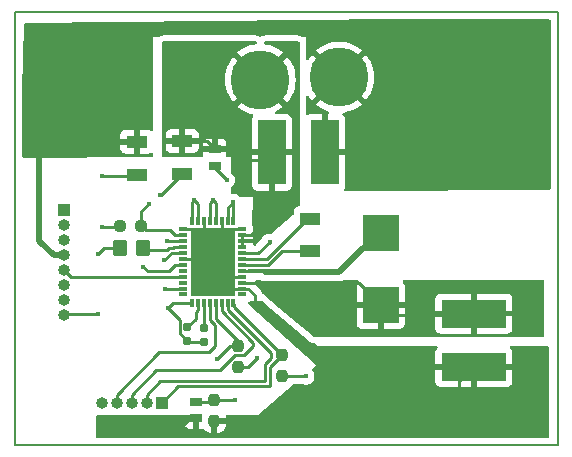
<source format=gbr>
%TF.GenerationSoftware,KiCad,Pcbnew,7.0.9*%
%TF.CreationDate,2023-12-22T17:18:26+01:00*%
%TF.ProjectId,driver_seperate,64726976-6572-45f7-9365-706572617465,rev?*%
%TF.SameCoordinates,Original*%
%TF.FileFunction,Copper,L1,Top*%
%TF.FilePolarity,Positive*%
%FSLAX46Y46*%
G04 Gerber Fmt 4.6, Leading zero omitted, Abs format (unit mm)*
G04 Created by KiCad (PCBNEW 7.0.9) date 2023-12-22 17:18:26*
%MOMM*%
%LPD*%
G01*
G04 APERTURE LIST*
G04 Aperture macros list*
%AMRoundRect*
0 Rectangle with rounded corners*
0 $1 Rounding radius*
0 $2 $3 $4 $5 $6 $7 $8 $9 X,Y pos of 4 corners*
0 Add a 4 corners polygon primitive as box body*
4,1,4,$2,$3,$4,$5,$6,$7,$8,$9,$2,$3,0*
0 Add four circle primitives for the rounded corners*
1,1,$1+$1,$2,$3*
1,1,$1+$1,$4,$5*
1,1,$1+$1,$6,$7*
1,1,$1+$1,$8,$9*
0 Add four rect primitives between the rounded corners*
20,1,$1+$1,$2,$3,$4,$5,0*
20,1,$1+$1,$4,$5,$6,$7,0*
20,1,$1+$1,$6,$7,$8,$9,0*
20,1,$1+$1,$8,$9,$2,$3,0*%
G04 Aperture macros list end*
%TA.AperFunction,NonConductor*%
%ADD10C,0.200000*%
%TD*%
%TA.AperFunction,ComponentPad*%
%ADD11R,1.000000X1.000000*%
%TD*%
%TA.AperFunction,ComponentPad*%
%ADD12O,1.000000X1.000000*%
%TD*%
%TA.AperFunction,SMDPad,CuDef*%
%ADD13RoundRect,0.237500X-0.237500X0.250000X-0.237500X-0.250000X0.237500X-0.250000X0.237500X0.250000X0*%
%TD*%
%TA.AperFunction,SMDPad,CuDef*%
%ADD14R,0.980000X0.780000*%
%TD*%
%TA.AperFunction,SMDPad,CuDef*%
%ADD15R,1.820000X1.020000*%
%TD*%
%TA.AperFunction,SMDPad,CuDef*%
%ADD16RoundRect,0.237500X-0.250000X-0.237500X0.250000X-0.237500X0.250000X0.237500X-0.250000X0.237500X0*%
%TD*%
%TA.AperFunction,SMDPad,CuDef*%
%ADD17R,3.100000X3.050000*%
%TD*%
%TA.AperFunction,ComponentPad*%
%ADD18C,5.000000*%
%TD*%
%TA.AperFunction,SMDPad,CuDef*%
%ADD19RoundRect,0.250000X0.350000X0.450000X-0.350000X0.450000X-0.350000X-0.450000X0.350000X-0.450000X0*%
%TD*%
%TA.AperFunction,SMDPad,CuDef*%
%ADD20RoundRect,0.160000X-0.160000X0.197500X-0.160000X-0.197500X0.160000X-0.197500X0.160000X0.197500X0*%
%TD*%
%TA.AperFunction,SMDPad,CuDef*%
%ADD21R,1.820000X1.070000*%
%TD*%
%TA.AperFunction,SMDPad,CuDef*%
%ADD22RoundRect,0.237500X0.237500X-0.250000X0.237500X0.250000X-0.237500X0.250000X-0.237500X-0.250000X0*%
%TD*%
%TA.AperFunction,SMDPad,CuDef*%
%ADD23R,2.390000X5.510000*%
%TD*%
%TA.AperFunction,SMDPad,CuDef*%
%ADD24R,0.800000X0.300000*%
%TD*%
%TA.AperFunction,SMDPad,CuDef*%
%ADD25R,0.300000X0.800000*%
%TD*%
%TA.AperFunction,SMDPad,CuDef*%
%ADD26R,3.800000X5.800000*%
%TD*%
%TA.AperFunction,SMDPad,CuDef*%
%ADD27R,5.510000X2.390000*%
%TD*%
%TA.AperFunction,ViaPad*%
%ADD28C,0.400000*%
%TD*%
%TA.AperFunction,Conductor*%
%ADD29C,0.250000*%
%TD*%
%TA.AperFunction,Conductor*%
%ADD30C,0.350000*%
%TD*%
%TA.AperFunction,Conductor*%
%ADD31C,0.500000*%
%TD*%
G04 APERTURE END LIST*
D10*
X134620000Y-78562200D02*
X180594000Y-78562200D01*
X180594000Y-115189000D01*
X134620000Y-115189000D01*
X134620000Y-78562200D01*
D11*
%TO.P,J2,1,Pin_1*%
%TO.N,/FGOUT*%
X147066000Y-111633000D03*
D12*
%TO.P,J2,2,Pin_2*%
%TO.N,/PWM*%
X145796000Y-111633000D03*
%TO.P,J2,3,Pin_3*%
%TO.N,/BRAKE*%
X144526000Y-111633000D03*
%TO.P,J2,4,Pin_4*%
%TO.N,/DIR*%
X143256000Y-111633000D03*
%TO.P,J2,5,Pin_5*%
%TO.N,/nFAULT*%
X141986000Y-111633000D03*
%TD*%
D13*
%TO.P,R2,1*%
%TO.N,Net-(IC1-ILIM)*%
X151511000Y-111355500D03*
%TO.P,R2,2*%
%TO.N,GND*%
X151511000Y-113180500D03*
%TD*%
D14*
%TO.P,C7,1*%
%TO.N,Net-(IC1-ILIM)*%
X149987000Y-111526500D03*
%TO.P,C7,2*%
%TO.N,GND*%
X149987000Y-112926500D03*
%TD*%
D11*
%TO.P,J1,1,Pin_1*%
%TO.N,/U*%
X138785600Y-95300800D03*
D12*
%TO.P,J1,2,Pin_2*%
%TO.N,/V*%
X138785600Y-96570800D03*
%TO.P,J1,3,Pin_3*%
%TO.N,/W*%
X138785600Y-97840800D03*
%TO.P,J1,4,Pin_4*%
%TO.N,GND*%
X138785600Y-99110800D03*
%TO.P,J1,5,Pin_5*%
%TO.N,/H2*%
X138785600Y-100380800D03*
%TO.P,J1,6,Pin_6*%
%TO.N,/H1*%
X138785600Y-101650800D03*
%TO.P,J1,7,Pin_7*%
%TO.N,/H3*%
X138785600Y-102920800D03*
%TO.P,J1,8,Pin_8*%
%TO.N,/SW_BK*%
X138785600Y-104190800D03*
%TD*%
D15*
%TO.P,C2,2*%
%TO.N,/VM*%
X148794400Y-89461800D03*
%TO.P,C2,1*%
%TO.N,Net-(IC1-CP)*%
X148794400Y-92261800D03*
%TD*%
D16*
%TO.P,R4,2*%
%TO.N,/nFAULT*%
X145335000Y-96647000D03*
%TO.P,R4,1*%
%TO.N,/AVDD*%
X143510000Y-96647000D03*
%TD*%
D17*
%TO.P,L1,2*%
%TO.N,/SW_BK*%
X165608000Y-103329200D03*
%TO.P,L1,1*%
%TO.N,Net-(IC1-SW_BK)*%
X165608000Y-97229200D03*
%TD*%
D18*
%TO.P,IN-1,1,1*%
%TO.N,GND*%
X162052000Y-84074000D03*
%TD*%
D19*
%TO.P,R5,1*%
%TO.N,Net-(IC1-VSEL_BK)*%
X145510000Y-98552000D03*
%TO.P,R5,2*%
%TO.N,/AVDD*%
X143510000Y-98552000D03*
%TD*%
D15*
%TO.P,C5,1*%
%TO.N,/AVDD*%
X144933600Y-92306600D03*
%TO.P,C5,2*%
%TO.N,GND*%
X144933600Y-89506600D03*
%TD*%
D20*
%TO.P,R6,1*%
%TO.N,Net-(IC1-SLEW)*%
X149225000Y-105193500D03*
%TO.P,R6,2*%
%TO.N,/AVDD*%
X149225000Y-106388500D03*
%TD*%
D21*
%TO.P,C1,1*%
%TO.N,Net-(IC1-CPH)*%
X159639000Y-96029000D03*
%TO.P,C1,2*%
%TO.N,Net-(IC1-CPL)*%
X159639000Y-98789000D03*
%TD*%
D22*
%TO.P,R3,1*%
%TO.N,/AVDD*%
X157226000Y-109370500D03*
%TO.P,R3,2*%
%TO.N,/FGOUT*%
X157226000Y-107545500D03*
%TD*%
%TO.P,R1,2*%
%TO.N,Net-(IC1-ILIM)*%
X153543000Y-106783500D03*
%TO.P,R1,1*%
%TO.N,/AVDD*%
X153543000Y-108608500D03*
%TD*%
D18*
%TO.P,IN+1,1,1*%
%TO.N,/VM*%
X155397200Y-84248800D03*
%TD*%
D20*
%TO.P,R7,1*%
%TO.N,Net-(IC1-ADVANCE)*%
X150622000Y-105320500D03*
%TO.P,R7,2*%
%TO.N,/AVDD*%
X150622000Y-106515500D03*
%TD*%
D14*
%TO.P,C3,1*%
%TO.N,/VM*%
X151537600Y-90144600D03*
%TO.P,C3,2*%
%TO.N,GND*%
X151537600Y-91544600D03*
%TD*%
D23*
%TO.P,C4,1*%
%TO.N,/VM*%
X156389000Y-90424000D03*
%TO.P,C4,2*%
%TO.N,GND*%
X160909000Y-90424000D03*
%TD*%
D24*
%TO.P,IC1,1,NC*%
%TO.N,unconnected-(IC1-NC-Pad1)*%
X153884000Y-102445000D03*
%TO.P,IC1,2,AGND_1*%
%TO.N,GND*%
X153884000Y-101945000D03*
%TO.P,IC1,3,FB_BK*%
%TO.N,/SW_BK*%
X153884000Y-101445000D03*
%TO.P,IC1,4,GND_BK*%
%TO.N,GND*%
X153884000Y-100945000D03*
%TO.P,IC1,5,SW_BK*%
%TO.N,Net-(IC1-SW_BK)*%
X153884000Y-100445000D03*
%TO.P,IC1,6,CPL*%
%TO.N,Net-(IC1-CPL)*%
X153884000Y-99945000D03*
%TO.P,IC1,7,CPH*%
%TO.N,Net-(IC1-CPH)*%
X153884000Y-99445000D03*
%TO.P,IC1,8,CP*%
%TO.N,Net-(IC1-CP)*%
X153884000Y-98945000D03*
%TO.P,IC1,9,VM_1*%
%TO.N,/VM*%
X153884000Y-98445000D03*
%TO.P,IC1,10,VM_2*%
X153884000Y-97945000D03*
%TO.P,IC1,11,VM_3*%
X153884000Y-97445000D03*
%TO.P,IC1,12,PGND_1*%
%TO.N,GND*%
X153884000Y-96945000D03*
D25*
%TO.P,IC1,13,OUTA_1*%
%TO.N,/U*%
X153134000Y-96195000D03*
%TO.P,IC1,14,OUTA_2*%
X152634000Y-96195000D03*
%TO.P,IC1,15,PGND_2*%
%TO.N,GND*%
X152134000Y-96195000D03*
%TO.P,IC1,16,OUTB_1*%
%TO.N,/V*%
X151634000Y-96195000D03*
%TO.P,IC1,17,OUTB_2*%
X151134000Y-96195000D03*
%TO.P,IC1,18,PGND_3*%
%TO.N,GND*%
X150634000Y-96195000D03*
%TO.P,IC1,19,OUTC_1*%
%TO.N,/W*%
X150134000Y-96195000D03*
%TO.P,IC1,20,OUTC_2*%
X149634000Y-96195000D03*
D24*
%TO.P,IC1,21,DRVOFF*%
%TO.N,GND*%
X148884000Y-96945000D03*
%TO.P,IC1,22,NFAULT*%
%TO.N,/nFAULT*%
X148884000Y-97445000D03*
%TO.P,IC1,23,NSLEEP*%
%TO.N,/AVDD*%
X148884000Y-97945000D03*
%TO.P,IC1,24,VSEL_BK*%
%TO.N,Net-(IC1-VSEL_BK)*%
X148884000Y-98445000D03*
%TO.P,IC1,25,AVDD*%
%TO.N,/AVDD*%
X148884000Y-98945000D03*
%TO.P,IC1,26,AGND_2*%
%TO.N,GND*%
X148884000Y-99445000D03*
%TO.P,IC1,27,HPA*%
%TO.N,/H1*%
X148884000Y-99945000D03*
%TO.P,IC1,28,HNA*%
%TO.N,unconnected-(IC1-HNA-Pad28)*%
X148884000Y-100445000D03*
%TO.P,IC1,29,HPB*%
%TO.N,/H2*%
X148884000Y-100945000D03*
%TO.P,IC1,30,HNB*%
%TO.N,unconnected-(IC1-HNB-Pad30)*%
X148884000Y-101445000D03*
%TO.P,IC1,31,HPC*%
%TO.N,/H3*%
X148884000Y-101945000D03*
%TO.P,IC1,32,HNC*%
%TO.N,unconnected-(IC1-HNC-Pad32)*%
X148884000Y-102445000D03*
D25*
%TO.P,IC1,33,MODE*%
%TO.N,/AVDD*%
X149634000Y-103195000D03*
%TO.P,IC1,34,SLEW*%
%TO.N,Net-(IC1-SLEW)*%
X150134000Y-103195000D03*
%TO.P,IC1,35,ADVANCE*%
%TO.N,Net-(IC1-ADVANCE)*%
X150634000Y-103195000D03*
%TO.P,IC1,36,DIR*%
%TO.N,/DIR*%
X151134000Y-103195000D03*
%TO.P,IC1,37,ILIM*%
%TO.N,Net-(IC1-ILIM)*%
X151634000Y-103195000D03*
%TO.P,IC1,38,BRAKE*%
%TO.N,/BRAKE*%
X152134000Y-103195000D03*
%TO.P,IC1,39,PWM*%
%TO.N,/PWM*%
X152634000Y-103195000D03*
%TO.P,IC1,40,FGOUT*%
%TO.N,/FGOUT*%
X153134000Y-103195000D03*
D26*
%TO.P,IC1,41,EP*%
%TO.N,GND*%
X151384000Y-99695000D03*
%TD*%
D27*
%TO.P,C6,2*%
%TO.N,GND*%
X173482000Y-108584400D03*
%TO.P,C6,1*%
%TO.N,/SW_BK*%
X173482000Y-104064400D03*
%TD*%
D28*
%TO.N,/AVDD*%
X147472400Y-97942400D03*
X147269200Y-99568000D03*
X159283400Y-109372400D03*
%TO.N,Net-(IC1-ILIM)*%
X151714200Y-107924600D03*
X153263600Y-111353600D03*
%TO.N,Net-(IC1-CP)*%
X156184600Y-97993200D03*
%TO.N,GND*%
X148361400Y-114046000D03*
X153466800Y-113182400D03*
%TO.N,/SW_BK*%
X159664400Y-103251000D03*
%TO.N,/H3*%
X147320000Y-101981000D03*
%TO.N,/H1*%
X145491200Y-100126800D03*
%TO.N,/SW_BK*%
X141681200Y-104140000D03*
%TO.N,Net-(IC1-CP)*%
X146913600Y-94030800D03*
%TO.N,/V*%
X151384000Y-94488000D03*
%TO.N,/W*%
X149809200Y-94488000D03*
%TO.N,/U*%
X153111200Y-94640400D03*
%TO.N,/AVDD*%
X155092400Y-107848400D03*
%TO.N,/nFAULT*%
X145948400Y-94792800D03*
%TO.N,/AVDD*%
X147574000Y-103615500D03*
%TO.N,GND*%
X144932400Y-87630000D03*
X152552400Y-92760800D03*
%TO.N,/AVDD*%
X142036800Y-92405200D03*
X141986000Y-96774000D03*
X141630400Y-99060000D03*
%TO.N,/VM*%
X154178000Y-91059000D03*
X154178000Y-92456000D03*
X154178000Y-89662000D03*
X154178000Y-88392000D03*
%TO.N,GND*%
X163449000Y-88392000D03*
X163449000Y-91059000D03*
X163449000Y-92456000D03*
X163449000Y-89662000D03*
X170484800Y-111302800D03*
X172212000Y-111277400D03*
X173939200Y-111277400D03*
X175666400Y-111302800D03*
X151942800Y-101904800D03*
X150672800Y-101904800D03*
X152501600Y-100888800D03*
X150114000Y-100888800D03*
X151282400Y-100888800D03*
X152450800Y-99669600D03*
X150164800Y-99669600D03*
X151282400Y-99669600D03*
X152501600Y-98348800D03*
X150164800Y-98348800D03*
X151282400Y-98348800D03*
X151841200Y-97282000D03*
X150723600Y-97282000D03*
%TD*%
D29*
%TO.N,GND*%
X172186600Y-111302800D02*
X170484800Y-111302800D01*
X172212000Y-111277400D02*
X172212000Y-109778800D01*
X172212000Y-109778800D02*
X173406400Y-108584400D01*
X172212000Y-111277400D02*
X172186600Y-111302800D01*
X172212000Y-111277400D02*
X173939200Y-111277400D01*
X173406400Y-108584400D02*
X173482000Y-108584400D01*
X175641000Y-111277400D02*
X175666400Y-111302800D01*
X173939200Y-111277400D02*
X175641000Y-111277400D01*
%TO.N,/V*%
X151134000Y-94738000D02*
X151134000Y-96195000D01*
X151384000Y-94488000D02*
X151134000Y-94738000D01*
X151634000Y-94738000D02*
X151634000Y-96195000D01*
X151384000Y-94488000D02*
X151634000Y-94738000D01*
%TO.N,/W*%
X149634000Y-94663200D02*
X149634000Y-96195000D01*
X149809200Y-94488000D02*
X149634000Y-94663200D01*
X150134000Y-94812800D02*
X150134000Y-96195000D01*
X149809200Y-94488000D02*
X150134000Y-94812800D01*
%TO.N,/nFAULT*%
X147767000Y-97028000D02*
X148184000Y-97445000D01*
X145716000Y-97028000D02*
X147767000Y-97028000D01*
X145335000Y-96647000D02*
X145716000Y-97028000D01*
X148184000Y-97445000D02*
X148884000Y-97445000D01*
%TO.N,Net-(IC1-VSEL_BK)*%
X148087400Y-98445000D02*
X148884000Y-98445000D01*
X147705804Y-98495000D02*
X148037400Y-98495000D01*
X148037400Y-98495000D02*
X148087400Y-98445000D01*
X145662400Y-98704400D02*
X147496404Y-98704400D01*
X145510000Y-98552000D02*
X145662400Y-98704400D01*
X147496404Y-98704400D02*
X147705804Y-98495000D01*
%TO.N,/AVDD*%
X147892200Y-98945000D02*
X148884000Y-98945000D01*
X147269200Y-99568000D02*
X147892200Y-98945000D01*
%TO.N,/H1*%
X148184000Y-99945000D02*
X148884000Y-99945000D01*
X147634000Y-100495000D02*
X148184000Y-99945000D01*
X145859400Y-100495000D02*
X147634000Y-100495000D01*
X145491200Y-100126800D02*
X145859400Y-100495000D01*
%TO.N,/AVDD*%
X147475000Y-97945000D02*
X147472400Y-97942400D01*
X148884000Y-97945000D02*
X147475000Y-97945000D01*
X159281500Y-109370500D02*
X159283400Y-109372400D01*
X157226000Y-109370500D02*
X159281500Y-109370500D01*
D30*
%TO.N,Net-(IC1-SW_BK)*%
X164285200Y-98552000D02*
X164084000Y-98552000D01*
D29*
%TO.N,/SW_BK*%
X163751800Y-101473000D02*
X155829000Y-101473000D01*
X165608000Y-103329200D02*
X163751800Y-101473000D01*
X166444200Y-104165400D02*
X173381000Y-104165400D01*
X165608000Y-103329200D02*
X166444200Y-104165400D01*
X173381000Y-104165400D02*
X173482000Y-104064400D01*
D30*
%TO.N,Net-(IC1-SW_BK)*%
X165608000Y-97229200D02*
X164285200Y-98552000D01*
D29*
%TO.N,/AVDD*%
X142138400Y-98552000D02*
X143510000Y-98552000D01*
X141630400Y-99060000D02*
X142138400Y-98552000D01*
%TO.N,/SW_BK*%
X138836400Y-104140000D02*
X138785600Y-104190800D01*
X141681200Y-104140000D02*
X138836400Y-104140000D01*
%TO.N,/H2*%
X139349800Y-100945000D02*
X138785600Y-100380800D01*
D31*
%TO.N,GND*%
X136702800Y-88239600D02*
X136779000Y-88163400D01*
X136702800Y-97891600D02*
X136702800Y-88239600D01*
X137922000Y-99110800D02*
X136702800Y-97891600D01*
D29*
%TO.N,/H2*%
X148884000Y-100945000D02*
X139349800Y-100945000D01*
D31*
%TO.N,GND*%
X138785600Y-99110800D02*
X137922000Y-99110800D01*
D29*
%TO.N,/DIR*%
X151536400Y-105032296D02*
X151134000Y-104629896D01*
X151134000Y-104629896D02*
X151134000Y-103195000D01*
X151536400Y-106832400D02*
X151536400Y-105032296D01*
X146841494Y-107340400D02*
X151028400Y-107340400D01*
X143256000Y-110925894D02*
X146841494Y-107340400D01*
X143256000Y-111633000D02*
X143256000Y-110925894D01*
X151028400Y-107340400D02*
X151536400Y-106832400D01*
%TO.N,Net-(IC1-ILIM)*%
X152855300Y-106783500D02*
X153543000Y-106783500D01*
X151714200Y-107924600D02*
X152855300Y-106783500D01*
%TO.N,/AVDD*%
X147994500Y-103195000D02*
X149634000Y-103195000D01*
X147574000Y-103615500D02*
X147994500Y-103195000D01*
X148580000Y-105743500D02*
X149225000Y-106388500D01*
X147574000Y-103615500D02*
X148580000Y-104621500D01*
X148580000Y-104621500D02*
X148580000Y-105743500D01*
%TO.N,GND*%
X151537600Y-91746000D02*
X151537600Y-91544600D01*
X152552400Y-92760800D02*
X151537600Y-91746000D01*
%TO.N,/AVDD*%
X144835000Y-92405200D02*
X144933600Y-92306600D01*
X142036800Y-92405200D02*
X144835000Y-92405200D01*
%TO.N,GND*%
X144933600Y-87631200D02*
X144933600Y-89506600D01*
X144932400Y-87630000D02*
X144933600Y-87631200D01*
%TO.N,/SW_BK*%
X157886400Y-101473000D02*
X155829000Y-101473000D01*
X159664400Y-103251000D02*
X157886400Y-101473000D01*
%TO.N,Net-(IC1-CP)*%
X147025400Y-94030800D02*
X148794400Y-92261800D01*
X146913600Y-94030800D02*
X147025400Y-94030800D01*
%TO.N,/nFAULT*%
X145335000Y-95406200D02*
X145335000Y-96647000D01*
X145948400Y-94792800D02*
X145335000Y-95406200D01*
%TO.N,/U*%
X153134000Y-94663200D02*
X153134000Y-96195000D01*
X153111200Y-94640400D02*
X153134000Y-94663200D01*
X152634000Y-95117600D02*
X152634000Y-96195000D01*
X153111200Y-94640400D02*
X152634000Y-95117600D01*
%TO.N,GND*%
X149480900Y-112926500D02*
X149987000Y-112926500D01*
X148361400Y-114046000D02*
X149480900Y-112926500D01*
%TO.N,/AVDD*%
X154332300Y-108608500D02*
X153543000Y-108608500D01*
X155092400Y-107848400D02*
X154332300Y-108608500D01*
%TO.N,Net-(IC1-CP)*%
X155232800Y-98945000D02*
X153884000Y-98945000D01*
X156184600Y-97993200D02*
X155232800Y-98945000D01*
%TO.N,Net-(IC1-ILIM)*%
X153261700Y-111355500D02*
X151511000Y-111355500D01*
X153263600Y-111353600D02*
X153261700Y-111355500D01*
%TO.N,GND*%
X153464900Y-113180500D02*
X151511000Y-113180500D01*
X153466800Y-113182400D02*
X153464900Y-113180500D01*
%TO.N,Net-(IC1-ILIM)*%
X151340000Y-111526500D02*
X151511000Y-111355500D01*
X149987000Y-111526500D02*
X151340000Y-111526500D01*
D30*
%TO.N,Net-(IC1-SW_BK)*%
X155829000Y-100584000D02*
X155690000Y-100445000D01*
D31*
X162052000Y-100584000D02*
X155829000Y-100584000D01*
D30*
X155690000Y-100445000D02*
X154470000Y-100445000D01*
D31*
X164084000Y-98552000D02*
X162052000Y-100584000D01*
D29*
X154470000Y-100445000D02*
X153884000Y-100445000D01*
%TO.N,Net-(IC1-CPL)*%
X157227396Y-98806000D02*
X156088396Y-99945000D01*
X156088396Y-99945000D02*
X153884000Y-99945000D01*
X159639000Y-98789000D02*
X159622000Y-98806000D01*
X159622000Y-98806000D02*
X157227396Y-98806000D01*
%TO.N,Net-(IC1-CPH)*%
X155952000Y-99445000D02*
X153884000Y-99445000D01*
X159639000Y-96029000D02*
X159368000Y-96029000D01*
X159368000Y-96029000D02*
X155952000Y-99445000D01*
%TO.N,GND*%
X154940000Y-102489000D02*
X154940000Y-103378000D01*
X154396000Y-101945000D02*
X154940000Y-102489000D01*
X153884000Y-101945000D02*
X154396000Y-101945000D01*
%TO.N,/SW_BK*%
X155801000Y-101445000D02*
X155829000Y-101473000D01*
X153884000Y-101445000D02*
X155801000Y-101445000D01*
%TO.N,/H3*%
X147356000Y-101945000D02*
X147320000Y-101981000D01*
X148884000Y-101945000D02*
X147356000Y-101945000D01*
%TO.N,/VM*%
X153695400Y-90144600D02*
X154178000Y-89662000D01*
X151537600Y-90144600D02*
X153695400Y-90144600D01*
X150854800Y-89461800D02*
X151537600Y-90144600D01*
X148794400Y-89461800D02*
X150854800Y-89461800D01*
%TO.N,/AVDD*%
X149352000Y-106515500D02*
X149225000Y-106388500D01*
X150622000Y-106515500D02*
X149352000Y-106515500D01*
%TO.N,Net-(IC1-SLEW)*%
X150134000Y-103758604D02*
X150134000Y-103195000D01*
X149933302Y-104485198D02*
X149933302Y-103959302D01*
X149225000Y-105193500D02*
X149933302Y-104485198D01*
X149933302Y-103959302D02*
X150134000Y-103758604D01*
%TO.N,Net-(IC1-ADVANCE)*%
X150634000Y-105308500D02*
X150634000Y-103195000D01*
X150622000Y-105320500D02*
X150634000Y-105308500D01*
%TO.N,/BRAKE*%
X152134000Y-103875396D02*
X152134000Y-103195000D01*
X154813000Y-106554396D02*
X152134000Y-103875396D01*
X154813000Y-106807000D02*
X154813000Y-106554396D01*
X154024000Y-107596000D02*
X154813000Y-106807000D01*
X153262000Y-107596000D02*
X154024000Y-107596000D01*
X152009000Y-108849000D02*
X153262000Y-107596000D01*
X146602894Y-108849000D02*
X152009000Y-108849000D01*
X144526000Y-110925894D02*
X146602894Y-108849000D01*
X144526000Y-111633000D02*
X144526000Y-110925894D01*
%TO.N,Net-(IC1-ILIM)*%
X151634000Y-104493500D02*
X151634000Y-103195000D01*
X153543000Y-106402500D02*
X151634000Y-104493500D01*
X153543000Y-106783500D02*
X153543000Y-106402500D01*
%TO.N,/PWM*%
X156337000Y-107442000D02*
X152634000Y-103739000D01*
X155760000Y-109786000D02*
X155760000Y-108375104D01*
X146935894Y-109786000D02*
X155760000Y-109786000D01*
X145796000Y-111633000D02*
X145796000Y-110925894D01*
X145796000Y-110925894D02*
X146935894Y-109786000D01*
X155760000Y-108375104D02*
X156337000Y-107798104D01*
X156337000Y-107798104D02*
X156337000Y-107442000D01*
X152634000Y-103739000D02*
X152634000Y-103195000D01*
%TO.N,/FGOUT*%
X156210000Y-108561500D02*
X157226000Y-107545500D01*
X156210000Y-110236000D02*
X156210000Y-108561500D01*
X148463000Y-110236000D02*
X156210000Y-110236000D01*
X147066000Y-111633000D02*
X148463000Y-110236000D01*
X153162000Y-103223000D02*
X153134000Y-103195000D01*
X157226000Y-107545500D02*
X153162000Y-103481500D01*
X153162000Y-103481500D02*
X153162000Y-103223000D01*
%TO.N,GND*%
X162814000Y-90424000D02*
X160909000Y-90424000D01*
X163449000Y-91059000D02*
X162814000Y-90424000D01*
X163449000Y-89662000D02*
X163449000Y-91059000D01*
X163449000Y-88392000D02*
X163449000Y-89662000D01*
X163449000Y-92456000D02*
X163449000Y-91059000D01*
%TO.N,/VM*%
X155754000Y-91059000D02*
X156389000Y-90424000D01*
X154178000Y-91059000D02*
X155754000Y-91059000D01*
X154178000Y-88392000D02*
X154178000Y-89662000D01*
X154178000Y-91059000D02*
X154178000Y-89662000D01*
X154178000Y-92456000D02*
X154178000Y-91059000D01*
X156389000Y-95640000D02*
X156389000Y-90424000D01*
X154584000Y-97445000D02*
X156389000Y-95640000D01*
X153884000Y-97445000D02*
X154584000Y-97445000D01*
X153884000Y-97945000D02*
X153884000Y-97445000D01*
X153884000Y-98445000D02*
X153884000Y-97945000D01*
%TO.N,GND*%
X153884000Y-96945000D02*
X152178200Y-96945000D01*
X152178200Y-96945000D02*
X151841200Y-97282000D01*
X152134000Y-96989200D02*
X151841200Y-97282000D01*
X152134000Y-96195000D02*
X152134000Y-96989200D01*
X150634000Y-97192400D02*
X150723600Y-97282000D01*
X150634000Y-96195000D02*
X150634000Y-97192400D01*
X150386600Y-96945000D02*
X150723600Y-97282000D01*
X148884000Y-96945000D02*
X150386600Y-96945000D01*
X149940200Y-99445000D02*
X150164800Y-99669600D01*
X148884000Y-99445000D02*
X149940200Y-99445000D01*
X151983000Y-101945000D02*
X151942800Y-101904800D01*
X153884000Y-101945000D02*
X151983000Y-101945000D01*
X153884000Y-100945000D02*
X152557800Y-100945000D01*
X152557800Y-100945000D02*
X152501600Y-100888800D01*
%TO.N,/AVDD*%
X141986000Y-96774000D02*
X143383000Y-96774000D01*
X143383000Y-96774000D02*
X143510000Y-96647000D01*
%TD*%
%TA.AperFunction,Conductor*%
%TO.N,GND*%
G36*
X179936539Y-79182385D02*
G01*
X179982294Y-79235189D01*
X179993500Y-79286700D01*
X179993500Y-93476440D01*
X179973815Y-93543479D01*
X179921011Y-93589234D01*
X179870327Y-93600437D01*
X162575325Y-93715737D01*
X162508155Y-93696500D01*
X162462050Y-93644002D01*
X162451645Y-93574912D01*
X162475232Y-93517428D01*
X162547352Y-93421089D01*
X162547354Y-93421086D01*
X162597596Y-93286379D01*
X162597598Y-93286372D01*
X162603999Y-93226844D01*
X162604000Y-93226827D01*
X162604000Y-90674000D01*
X160783000Y-90674000D01*
X160715961Y-90654315D01*
X160670206Y-90601511D01*
X160659000Y-90550000D01*
X160659000Y-87169000D01*
X159666155Y-87169000D01*
X159606627Y-87175401D01*
X159606620Y-87175403D01*
X159471913Y-87225645D01*
X159471907Y-87225649D01*
X159456310Y-87237325D01*
X159390846Y-87261742D01*
X159322573Y-87246890D01*
X159273168Y-87197485D01*
X159258000Y-87138058D01*
X159258000Y-85697424D01*
X159277685Y-85630385D01*
X159330489Y-85584630D01*
X159399647Y-85574686D01*
X159463203Y-85603711D01*
X159489387Y-85635424D01*
X159541289Y-85725322D01*
X159749972Y-86005631D01*
X159749976Y-86005636D01*
X159758147Y-86014297D01*
X159758148Y-86014298D01*
X161005665Y-84766781D01*
X161144855Y-84941320D01*
X161314299Y-85089358D01*
X161361808Y-85117743D01*
X160114817Y-86364733D01*
X160114818Y-86364734D01*
X160257480Y-86484442D01*
X160549461Y-86676480D01*
X160861739Y-86833314D01*
X160861745Y-86833316D01*
X161142883Y-86935642D01*
X161199147Y-86977068D01*
X161224083Y-87042337D01*
X161209773Y-87110725D01*
X161188155Y-87139845D01*
X161159000Y-87169000D01*
X161159000Y-90174000D01*
X162604000Y-90174000D01*
X162604000Y-87621172D01*
X162603999Y-87621155D01*
X162597598Y-87561627D01*
X162597596Y-87561620D01*
X162547354Y-87426913D01*
X162547350Y-87426906D01*
X162461190Y-87311812D01*
X162461187Y-87311809D01*
X162403660Y-87268744D01*
X162361789Y-87212810D01*
X162356805Y-87143119D01*
X162390291Y-87081796D01*
X162451614Y-87048312D01*
X162463576Y-87046316D01*
X162573827Y-87033429D01*
X162573829Y-87033429D01*
X162913866Y-86952839D01*
X162913869Y-86952838D01*
X163242254Y-86833316D01*
X163242260Y-86833314D01*
X163554538Y-86676480D01*
X163846515Y-86484445D01*
X163989180Y-86364734D01*
X163989181Y-86364733D01*
X162742125Y-85117678D01*
X162877747Y-85019144D01*
X163033239Y-84856512D01*
X163094801Y-84763248D01*
X164345850Y-86014297D01*
X164354032Y-86005625D01*
X164562710Y-85725322D01*
X164737438Y-85422683D01*
X164737444Y-85422670D01*
X164875854Y-85101800D01*
X164976083Y-84767011D01*
X164976085Y-84767002D01*
X165036763Y-84422880D01*
X165036764Y-84422869D01*
X165057084Y-84074003D01*
X165057084Y-84073996D01*
X165036764Y-83725130D01*
X165036763Y-83725119D01*
X164976085Y-83380997D01*
X164976083Y-83380988D01*
X164875854Y-83046199D01*
X164737444Y-82725329D01*
X164737438Y-82725316D01*
X164562710Y-82422677D01*
X164354029Y-82142371D01*
X164345850Y-82133701D01*
X164345850Y-82133700D01*
X163098333Y-83381217D01*
X162959145Y-83206680D01*
X162789701Y-83058642D01*
X162742191Y-83030256D01*
X163989181Y-81783265D01*
X163989180Y-81783264D01*
X163846519Y-81663557D01*
X163554538Y-81471519D01*
X163242260Y-81314685D01*
X163242254Y-81314683D01*
X162913869Y-81195161D01*
X162913866Y-81195160D01*
X162573828Y-81114570D01*
X162226723Y-81074000D01*
X161877277Y-81074000D01*
X161530172Y-81114570D01*
X161530170Y-81114570D01*
X161190133Y-81195160D01*
X161190130Y-81195161D01*
X160861745Y-81314683D01*
X160861739Y-81314685D01*
X160549461Y-81471519D01*
X160257485Y-81663554D01*
X160114817Y-81783264D01*
X161361874Y-83030321D01*
X161226253Y-83128856D01*
X161070761Y-83291488D01*
X161009198Y-83384751D01*
X159758148Y-82133701D01*
X159758146Y-82133701D01*
X159749973Y-82142366D01*
X159541289Y-82422677D01*
X159489387Y-82512575D01*
X159438820Y-82560791D01*
X159370213Y-82574013D01*
X159305348Y-82548045D01*
X159264820Y-82491131D01*
X159258000Y-82450575D01*
X159258000Y-80645000D01*
X159040938Y-80645000D01*
X158973899Y-80625315D01*
X158973699Y-80625165D01*
X158966332Y-80620430D01*
X158835465Y-80560664D01*
X158835460Y-80560662D01*
X158835459Y-80560662D01*
X158812858Y-80554025D01*
X158768425Y-80540978D01*
X158768419Y-80540976D01*
X158682966Y-80528690D01*
X158626000Y-80520500D01*
X155784053Y-80520500D01*
X155762677Y-80521405D01*
X155731131Y-80524082D01*
X155688725Y-80529493D01*
X155688722Y-80529494D01*
X155551789Y-80573666D01*
X155551786Y-80573667D01*
X155551781Y-80573669D01*
X155489027Y-80604357D01*
X155489024Y-80604359D01*
X155472304Y-80615740D01*
X155405807Y-80637188D01*
X155348965Y-80622115D01*
X155348051Y-80624117D01*
X155339985Y-80620433D01*
X155237589Y-80573669D01*
X155209111Y-80560663D01*
X155142074Y-80540978D01*
X155142068Y-80540976D01*
X155056615Y-80528690D01*
X154999649Y-80520500D01*
X147190000Y-80520500D01*
X147189991Y-80520500D01*
X147189990Y-80520501D01*
X147082549Y-80532052D01*
X147082537Y-80532054D01*
X147031027Y-80543260D01*
X146928502Y-80577383D01*
X146928496Y-80577386D01*
X146853919Y-80625315D01*
X146786879Y-80645000D01*
X146304000Y-80645000D01*
X146304000Y-88468952D01*
X146284315Y-88535991D01*
X146231511Y-88581746D01*
X146162353Y-88591690D01*
X146105689Y-88568219D01*
X146085689Y-88553247D01*
X146085686Y-88553245D01*
X145950979Y-88503003D01*
X145950972Y-88503001D01*
X145891444Y-88496600D01*
X145183600Y-88496600D01*
X145183600Y-90516600D01*
X145891428Y-90516600D01*
X145891444Y-90516599D01*
X145950972Y-90510198D01*
X145950979Y-90510196D01*
X146085686Y-90459954D01*
X146085690Y-90459952D01*
X146105687Y-90444982D01*
X146171150Y-90420563D01*
X146239424Y-90435413D01*
X146288831Y-90484817D01*
X146304000Y-90544247D01*
X146304000Y-90681562D01*
X146284315Y-90748601D01*
X146231511Y-90794356D01*
X146180564Y-90805561D01*
X135345064Y-90854812D01*
X135277935Y-90835432D01*
X135231941Y-90782837D01*
X135220500Y-90730813D01*
X135220500Y-89756600D01*
X143523600Y-89756600D01*
X143523600Y-90064444D01*
X143530001Y-90123972D01*
X143530003Y-90123979D01*
X143580245Y-90258686D01*
X143580249Y-90258693D01*
X143666409Y-90373787D01*
X143666412Y-90373790D01*
X143781506Y-90459950D01*
X143781513Y-90459954D01*
X143916220Y-90510196D01*
X143916227Y-90510198D01*
X143975755Y-90516599D01*
X143975772Y-90516600D01*
X144683600Y-90516600D01*
X144683600Y-89756600D01*
X143523600Y-89756600D01*
X135220500Y-89756600D01*
X135220500Y-89256600D01*
X143523600Y-89256600D01*
X144683600Y-89256600D01*
X144683600Y-88496600D01*
X143975755Y-88496600D01*
X143916227Y-88503001D01*
X143916220Y-88503003D01*
X143781513Y-88553245D01*
X143781506Y-88553249D01*
X143666412Y-88639409D01*
X143666409Y-88639412D01*
X143580249Y-88754506D01*
X143580245Y-88754513D01*
X143530003Y-88889220D01*
X143530001Y-88889227D01*
X143523600Y-88948755D01*
X143523600Y-89256600D01*
X135220500Y-89256600D01*
X135220500Y-86721050D01*
X135256725Y-85101800D01*
X135379317Y-79621922D01*
X135400496Y-79555340D01*
X135454310Y-79510778D01*
X135501942Y-79500703D01*
X166776179Y-79162700D01*
X179869500Y-79162700D01*
X179936539Y-79182385D01*
G37*
%TD.AperFunction*%
%TD*%
%TA.AperFunction,Conductor*%
%TO.N,/VM*%
G36*
X155066688Y-81045685D02*
G01*
X155112443Y-81098489D01*
X155122387Y-81167647D01*
X155093362Y-81231203D01*
X155034584Y-81268977D01*
X155014044Y-81273162D01*
X154875372Y-81289370D01*
X154875370Y-81289370D01*
X154535333Y-81369960D01*
X154535330Y-81369961D01*
X154206945Y-81489483D01*
X154206939Y-81489485D01*
X153894661Y-81646319D01*
X153602685Y-81838354D01*
X153460017Y-81958064D01*
X154707074Y-83205121D01*
X154571453Y-83303656D01*
X154415961Y-83466288D01*
X154354398Y-83559551D01*
X153103348Y-82308501D01*
X153103346Y-82308501D01*
X153095173Y-82317166D01*
X152886489Y-82597477D01*
X152711761Y-82900116D01*
X152711755Y-82900129D01*
X152573345Y-83220999D01*
X152473116Y-83555788D01*
X152473114Y-83555797D01*
X152412436Y-83899919D01*
X152412435Y-83899930D01*
X152392116Y-84248796D01*
X152392116Y-84248803D01*
X152412435Y-84597669D01*
X152412436Y-84597680D01*
X152473114Y-84941802D01*
X152473116Y-84941811D01*
X152573345Y-85276600D01*
X152711755Y-85597470D01*
X152711761Y-85597483D01*
X152886489Y-85900122D01*
X153095172Y-86180431D01*
X153095176Y-86180436D01*
X153103347Y-86189097D01*
X153103348Y-86189098D01*
X154350865Y-84941581D01*
X154490055Y-85116120D01*
X154659499Y-85264158D01*
X154707008Y-85292543D01*
X153460017Y-86539533D01*
X153460018Y-86539534D01*
X153602680Y-86659242D01*
X153894661Y-86851280D01*
X154206939Y-87008114D01*
X154206945Y-87008116D01*
X154535330Y-87127638D01*
X154535332Y-87127639D01*
X154724496Y-87172471D01*
X154785189Y-87207085D01*
X154817533Y-87269018D01*
X154811260Y-87338605D01*
X154795167Y-87367440D01*
X154750647Y-87426911D01*
X154750645Y-87426913D01*
X154700403Y-87561620D01*
X154700401Y-87561627D01*
X154694000Y-87621155D01*
X154694000Y-90174000D01*
X158084000Y-90174000D01*
X158084000Y-87621172D01*
X158083999Y-87621155D01*
X158077598Y-87561627D01*
X158077596Y-87561620D01*
X158027354Y-87426913D01*
X158027350Y-87426906D01*
X157941190Y-87311812D01*
X157941187Y-87311809D01*
X157826093Y-87225649D01*
X157826086Y-87225645D01*
X157691379Y-87175403D01*
X157691372Y-87175401D01*
X157631844Y-87169000D01*
X156790305Y-87169000D01*
X156723266Y-87149315D01*
X156677511Y-87096511D01*
X156667567Y-87027353D01*
X156696592Y-86963797D01*
X156734654Y-86934190D01*
X156899738Y-86851280D01*
X157191715Y-86659245D01*
X157334380Y-86539534D01*
X157334381Y-86539533D01*
X156087325Y-85292478D01*
X156222947Y-85193944D01*
X156378439Y-85031312D01*
X156440001Y-84938048D01*
X157691050Y-86189097D01*
X157699232Y-86180425D01*
X157907910Y-85900122D01*
X158082638Y-85597483D01*
X158082644Y-85597470D01*
X158221054Y-85276600D01*
X158321283Y-84941811D01*
X158321285Y-84941802D01*
X158381963Y-84597680D01*
X158381964Y-84597669D01*
X158402284Y-84248803D01*
X158402284Y-84248796D01*
X158381964Y-83899930D01*
X158381963Y-83899919D01*
X158321285Y-83555797D01*
X158321283Y-83555788D01*
X158221054Y-83220999D01*
X158082644Y-82900129D01*
X158082638Y-82900116D01*
X157907910Y-82597477D01*
X157699229Y-82317171D01*
X157691050Y-82308501D01*
X157691050Y-82308500D01*
X156443533Y-83556017D01*
X156304345Y-83381480D01*
X156134901Y-83233442D01*
X156087391Y-83205056D01*
X157334381Y-81958065D01*
X157334380Y-81958064D01*
X157191719Y-81838357D01*
X156899738Y-81646319D01*
X156587460Y-81489485D01*
X156587454Y-81489483D01*
X156259069Y-81369961D01*
X156259066Y-81369960D01*
X155919028Y-81289370D01*
X155780356Y-81273162D01*
X155716055Y-81245827D01*
X155676739Y-81188069D01*
X155674892Y-81118223D01*
X155711099Y-81058467D01*
X155773865Y-81027772D01*
X155794751Y-81026000D01*
X158626000Y-81026000D01*
X158693039Y-81045685D01*
X158738794Y-81098489D01*
X158750000Y-81150000D01*
X158750000Y-94874712D01*
X158730315Y-94941751D01*
X158677511Y-94987506D01*
X158639255Y-94998002D01*
X158621516Y-94999909D01*
X158486671Y-95050202D01*
X158486664Y-95050206D01*
X158371455Y-95136452D01*
X158371452Y-95136455D01*
X158285206Y-95251664D01*
X158285202Y-95251671D01*
X158234908Y-95386517D01*
X158228501Y-95446116D01*
X158228500Y-95446135D01*
X158228500Y-95645344D01*
X158208815Y-95712383D01*
X158185711Y-95739049D01*
X156414249Y-97274316D01*
X156350696Y-97303347D01*
X156303363Y-97301008D01*
X156278987Y-97295000D01*
X156269656Y-97292700D01*
X156099544Y-97292700D01*
X155934373Y-97333410D01*
X155783750Y-97412463D01*
X155656416Y-97525272D01*
X155559783Y-97665267D01*
X155527580Y-97750179D01*
X155499319Y-97793888D01*
X155010028Y-98283181D01*
X154948705Y-98316666D01*
X154922347Y-98319500D01*
X154903158Y-98319500D01*
X154836119Y-98299815D01*
X154790364Y-98247011D01*
X154779875Y-98208815D01*
X154779821Y-98208315D01*
X154779815Y-98181742D01*
X154783999Y-98142831D01*
X154784000Y-98142821D01*
X154784000Y-98095000D01*
X154034000Y-98095000D01*
X154034000Y-98170500D01*
X154014315Y-98237539D01*
X153961511Y-98283294D01*
X153910000Y-98294500D01*
X153908499Y-98294500D01*
X153841460Y-98274815D01*
X153795705Y-98222011D01*
X153784499Y-98170500D01*
X153784499Y-97719499D01*
X153804184Y-97652460D01*
X153856988Y-97606705D01*
X153908499Y-97595499D01*
X153910000Y-97595499D01*
X153977039Y-97615184D01*
X154022794Y-97667988D01*
X154034000Y-97719499D01*
X154034000Y-97795000D01*
X154784000Y-97795000D01*
X154784000Y-97747179D01*
X154783999Y-97747168D01*
X154779815Y-97708258D01*
X154779815Y-97681742D01*
X154783999Y-97642831D01*
X154784000Y-97642821D01*
X154784000Y-97595000D01*
X154782627Y-97595000D01*
X154715588Y-97575315D01*
X154669833Y-97522511D01*
X154659889Y-97453353D01*
X154683361Y-97396688D01*
X154722289Y-97344688D01*
X154770105Y-97308894D01*
X154784000Y-97295000D01*
X154784000Y-97247182D01*
X154783999Y-97247164D01*
X154780068Y-97210602D01*
X154780068Y-97184094D01*
X154784500Y-97142873D01*
X154784499Y-96747128D01*
X154778091Y-96687517D01*
X154727796Y-96552669D01*
X154727795Y-96552668D01*
X154727681Y-96552361D01*
X154719968Y-96503961D01*
X154813000Y-94234000D01*
X153746934Y-94234000D01*
X153679895Y-94214315D01*
X153644886Y-94180442D01*
X153639385Y-94172473D01*
X153512049Y-94059663D01*
X153361426Y-93980610D01*
X153196256Y-93939900D01*
X153032000Y-93939900D01*
X152964961Y-93920215D01*
X152919206Y-93867411D01*
X152908000Y-93815900D01*
X152908000Y-93437431D01*
X152927685Y-93370392D01*
X152949773Y-93344615D01*
X152953248Y-93341535D01*
X152953252Y-93341534D01*
X153080583Y-93228729D01*
X153177218Y-93088730D01*
X153237540Y-92929672D01*
X153258045Y-92760800D01*
X153237540Y-92591928D01*
X153177218Y-92432870D01*
X153174333Y-92428691D01*
X153139617Y-92378396D01*
X153080583Y-92292871D01*
X153079765Y-92292146D01*
X152949773Y-92176983D01*
X152912646Y-92117794D01*
X152908000Y-92084168D01*
X152908000Y-90805000D01*
X152638987Y-90805000D01*
X152571948Y-90785315D01*
X152526193Y-90732511D01*
X152517780Y-90674000D01*
X154694000Y-90674000D01*
X154694000Y-93226844D01*
X154700401Y-93286372D01*
X154700403Y-93286379D01*
X154750645Y-93421086D01*
X154750649Y-93421093D01*
X154836809Y-93536187D01*
X154836812Y-93536190D01*
X154951906Y-93622350D01*
X154951913Y-93622354D01*
X155086620Y-93672596D01*
X155086627Y-93672598D01*
X155146155Y-93678999D01*
X155146172Y-93679000D01*
X156139000Y-93679000D01*
X156139000Y-90674000D01*
X156639000Y-90674000D01*
X156639000Y-93679000D01*
X157631828Y-93679000D01*
X157631844Y-93678999D01*
X157691372Y-93672598D01*
X157691379Y-93672596D01*
X157826086Y-93622354D01*
X157826093Y-93622350D01*
X157941187Y-93536190D01*
X157941190Y-93536187D01*
X158027350Y-93421093D01*
X158027354Y-93421086D01*
X158077596Y-93286379D01*
X158077598Y-93286372D01*
X158083999Y-93226844D01*
X158084000Y-93226827D01*
X158084000Y-90674000D01*
X156639000Y-90674000D01*
X156139000Y-90674000D01*
X154694000Y-90674000D01*
X152517780Y-90674000D01*
X152516249Y-90663353D01*
X152519757Y-90649611D01*
X152519413Y-90649530D01*
X152521198Y-90641972D01*
X152527599Y-90582444D01*
X152527600Y-90582427D01*
X152527600Y-90394600D01*
X150547600Y-90394600D01*
X150547600Y-90582444D01*
X150554001Y-90641972D01*
X150555787Y-90649530D01*
X150553283Y-90650121D01*
X150557382Y-90707346D01*
X150523903Y-90768672D01*
X150462584Y-90802163D01*
X150436213Y-90805000D01*
X147190000Y-90805000D01*
X147122961Y-90785315D01*
X147077206Y-90732511D01*
X147066000Y-90681000D01*
X147066000Y-89711800D01*
X147384400Y-89711800D01*
X147384400Y-90019644D01*
X147390801Y-90079172D01*
X147390803Y-90079179D01*
X147441045Y-90213886D01*
X147441049Y-90213893D01*
X147527209Y-90328987D01*
X147527212Y-90328990D01*
X147642306Y-90415150D01*
X147642313Y-90415154D01*
X147777020Y-90465396D01*
X147777027Y-90465398D01*
X147836555Y-90471799D01*
X147836572Y-90471800D01*
X148544400Y-90471800D01*
X148544400Y-89711800D01*
X149044400Y-89711800D01*
X149044400Y-90471800D01*
X149752228Y-90471800D01*
X149752244Y-90471799D01*
X149811772Y-90465398D01*
X149811779Y-90465396D01*
X149946486Y-90415154D01*
X149946493Y-90415150D01*
X150061587Y-90328990D01*
X150061590Y-90328987D01*
X150147750Y-90213893D01*
X150147754Y-90213886D01*
X150197996Y-90079179D01*
X150197998Y-90079172D01*
X150204399Y-90019644D01*
X150204400Y-90019627D01*
X150204400Y-89894600D01*
X150547600Y-89894600D01*
X151287600Y-89894600D01*
X151287600Y-89254600D01*
X151787600Y-89254600D01*
X151787600Y-89894600D01*
X152527600Y-89894600D01*
X152527600Y-89706772D01*
X152527599Y-89706755D01*
X152521198Y-89647227D01*
X152521196Y-89647220D01*
X152470954Y-89512513D01*
X152470950Y-89512506D01*
X152384790Y-89397412D01*
X152384787Y-89397409D01*
X152269693Y-89311249D01*
X152269686Y-89311245D01*
X152134979Y-89261003D01*
X152134972Y-89261001D01*
X152075444Y-89254600D01*
X151787600Y-89254600D01*
X151287600Y-89254600D01*
X150999755Y-89254600D01*
X150940227Y-89261001D01*
X150940220Y-89261003D01*
X150805513Y-89311245D01*
X150805506Y-89311249D01*
X150690412Y-89397409D01*
X150690409Y-89397412D01*
X150604249Y-89512506D01*
X150604245Y-89512513D01*
X150554003Y-89647220D01*
X150554001Y-89647227D01*
X150547600Y-89706755D01*
X150547600Y-89894600D01*
X150204400Y-89894600D01*
X150204400Y-89711800D01*
X149044400Y-89711800D01*
X148544400Y-89711800D01*
X147384400Y-89711800D01*
X147066000Y-89711800D01*
X147066000Y-89211800D01*
X147384400Y-89211800D01*
X148544400Y-89211800D01*
X148544400Y-88451800D01*
X149044400Y-88451800D01*
X149044400Y-89211800D01*
X150204400Y-89211800D01*
X150204400Y-88903972D01*
X150204399Y-88903955D01*
X150197998Y-88844427D01*
X150197996Y-88844420D01*
X150147754Y-88709713D01*
X150147750Y-88709706D01*
X150061590Y-88594612D01*
X150061587Y-88594609D01*
X149946493Y-88508449D01*
X149946486Y-88508445D01*
X149811779Y-88458203D01*
X149811772Y-88458201D01*
X149752244Y-88451800D01*
X149044400Y-88451800D01*
X148544400Y-88451800D01*
X147836555Y-88451800D01*
X147777027Y-88458201D01*
X147777020Y-88458203D01*
X147642313Y-88508445D01*
X147642306Y-88508449D01*
X147527212Y-88594609D01*
X147527209Y-88594612D01*
X147441049Y-88709706D01*
X147441045Y-88709713D01*
X147390803Y-88844420D01*
X147390801Y-88844427D01*
X147384400Y-88903955D01*
X147384400Y-89211800D01*
X147066000Y-89211800D01*
X147066000Y-81150000D01*
X147085685Y-81082961D01*
X147138489Y-81037206D01*
X147190000Y-81026000D01*
X154999649Y-81026000D01*
X155066688Y-81045685D01*
G37*
%TD.AperFunction*%
%TD*%
%TA.AperFunction,Conductor*%
%TO.N,/SW_BK*%
G36*
X155447410Y-101232188D02*
G01*
X155570567Y-101294040D01*
X155741279Y-101334500D01*
X161988295Y-101334500D01*
X162006265Y-101335809D01*
X162030023Y-101339289D01*
X162082068Y-101334735D01*
X162087470Y-101334500D01*
X162095704Y-101334500D01*
X162095709Y-101334500D01*
X162118686Y-101331814D01*
X162128276Y-101330693D01*
X162141028Y-101329577D01*
X162204797Y-101323999D01*
X162204805Y-101323996D01*
X162211866Y-101322539D01*
X162211878Y-101322598D01*
X162219243Y-101320965D01*
X162219229Y-101320906D01*
X162226246Y-101319241D01*
X162226255Y-101319241D01*
X162298423Y-101292974D01*
X162371334Y-101268814D01*
X162371343Y-101268807D01*
X162377882Y-101265760D01*
X162377908Y-101265816D01*
X162384690Y-101262532D01*
X162384663Y-101262478D01*
X162391106Y-101259240D01*
X162391117Y-101259237D01*
X162413289Y-101244653D01*
X162421278Y-101239400D01*
X162488105Y-101219007D01*
X162489417Y-101219000D01*
X163632838Y-101219000D01*
X163699877Y-101238685D01*
X163745632Y-101291489D01*
X163755576Y-101360647D01*
X163726551Y-101424203D01*
X163707149Y-101442266D01*
X163700812Y-101447009D01*
X163700809Y-101447012D01*
X163614649Y-101562106D01*
X163614645Y-101562113D01*
X163564403Y-101696820D01*
X163564401Y-101696827D01*
X163558000Y-101756355D01*
X163558000Y-103079200D01*
X167658000Y-103079200D01*
X167658000Y-101756372D01*
X167657999Y-101756355D01*
X167651598Y-101696827D01*
X167651596Y-101696820D01*
X167601354Y-101562113D01*
X167601350Y-101562106D01*
X167515190Y-101447012D01*
X167515187Y-101447009D01*
X167508851Y-101442266D01*
X167466980Y-101386333D01*
X167461996Y-101316641D01*
X167495482Y-101255318D01*
X167556805Y-101221834D01*
X167583162Y-101219000D01*
X179327000Y-101219000D01*
X179394039Y-101238685D01*
X179439794Y-101291489D01*
X179451000Y-101343000D01*
X179451000Y-105921000D01*
X179431315Y-105988039D01*
X179378511Y-106033794D01*
X179327000Y-106045000D01*
X159938422Y-106045000D01*
X159871383Y-106025315D01*
X159858325Y-106015660D01*
X159746454Y-105921000D01*
X158542214Y-104902027D01*
X156978874Y-103579200D01*
X163558000Y-103579200D01*
X163558000Y-104902044D01*
X163564401Y-104961572D01*
X163564403Y-104961579D01*
X163614645Y-105096286D01*
X163614649Y-105096293D01*
X163700809Y-105211387D01*
X163700812Y-105211390D01*
X163815906Y-105297550D01*
X163815913Y-105297554D01*
X163950620Y-105347796D01*
X163950627Y-105347798D01*
X164010155Y-105354199D01*
X164010172Y-105354200D01*
X165358000Y-105354200D01*
X165358000Y-103579200D01*
X165858000Y-103579200D01*
X165858000Y-105354200D01*
X167205828Y-105354200D01*
X167205844Y-105354199D01*
X167265372Y-105347798D01*
X167265379Y-105347796D01*
X167400086Y-105297554D01*
X167400093Y-105297550D01*
X167515187Y-105211390D01*
X167515190Y-105211387D01*
X167601350Y-105096293D01*
X167601354Y-105096286D01*
X167651596Y-104961579D01*
X167651598Y-104961572D01*
X167657999Y-104902044D01*
X167658000Y-104902027D01*
X167658000Y-104314400D01*
X170227000Y-104314400D01*
X170227000Y-105307244D01*
X170233401Y-105366772D01*
X170233403Y-105366779D01*
X170283645Y-105501486D01*
X170283649Y-105501493D01*
X170369809Y-105616587D01*
X170369812Y-105616590D01*
X170484906Y-105702750D01*
X170484913Y-105702754D01*
X170619620Y-105752996D01*
X170619627Y-105752998D01*
X170679155Y-105759399D01*
X170679172Y-105759400D01*
X173232000Y-105759400D01*
X173232000Y-104314400D01*
X173732000Y-104314400D01*
X173732000Y-105759400D01*
X176284828Y-105759400D01*
X176284844Y-105759399D01*
X176344372Y-105752998D01*
X176344379Y-105752996D01*
X176479086Y-105702754D01*
X176479093Y-105702750D01*
X176594187Y-105616590D01*
X176594190Y-105616587D01*
X176680350Y-105501493D01*
X176680354Y-105501486D01*
X176730596Y-105366779D01*
X176730598Y-105366772D01*
X176736999Y-105307244D01*
X176737000Y-105307227D01*
X176737000Y-104314400D01*
X173732000Y-104314400D01*
X173232000Y-104314400D01*
X170227000Y-104314400D01*
X167658000Y-104314400D01*
X167658000Y-103814400D01*
X170227000Y-103814400D01*
X173232000Y-103814400D01*
X173232000Y-102369400D01*
X173732000Y-102369400D01*
X173732000Y-103814400D01*
X176737000Y-103814400D01*
X176737000Y-102821572D01*
X176736999Y-102821555D01*
X176730598Y-102762027D01*
X176730596Y-102762020D01*
X176680354Y-102627313D01*
X176680350Y-102627306D01*
X176594190Y-102512212D01*
X176594187Y-102512209D01*
X176479093Y-102426049D01*
X176479086Y-102426045D01*
X176344379Y-102375803D01*
X176344372Y-102375801D01*
X176284844Y-102369400D01*
X173732000Y-102369400D01*
X173232000Y-102369400D01*
X170679155Y-102369400D01*
X170619627Y-102375801D01*
X170619620Y-102375803D01*
X170484913Y-102426045D01*
X170484906Y-102426049D01*
X170369812Y-102512209D01*
X170369809Y-102512212D01*
X170283649Y-102627306D01*
X170283645Y-102627313D01*
X170233403Y-102762020D01*
X170233401Y-102762027D01*
X170227000Y-102821555D01*
X170227000Y-103814400D01*
X167658000Y-103814400D01*
X167658000Y-103579200D01*
X165858000Y-103579200D01*
X165358000Y-103579200D01*
X163558000Y-103579200D01*
X156978874Y-103579200D01*
X155592982Y-102406522D01*
X155554520Y-102348191D01*
X155552705Y-102339734D01*
X155552603Y-102339761D01*
X155550664Y-102332209D01*
X155550664Y-102332208D01*
X155533507Y-102288875D01*
X155531619Y-102283359D01*
X155518619Y-102238612D01*
X155508418Y-102221363D01*
X155499860Y-102203894D01*
X155492486Y-102185268D01*
X155492483Y-102185264D01*
X155492483Y-102185263D01*
X155465098Y-102147571D01*
X155461890Y-102142687D01*
X155438172Y-102102582D01*
X155438163Y-102102571D01*
X155424005Y-102088413D01*
X155411370Y-102073620D01*
X155399593Y-102057412D01*
X155363693Y-102027713D01*
X155359381Y-102023790D01*
X154976319Y-101640728D01*
X154942834Y-101579405D01*
X154940000Y-101553047D01*
X154940000Y-101343000D01*
X154959685Y-101275961D01*
X155012489Y-101230206D01*
X155064000Y-101219000D01*
X155391760Y-101219000D01*
X155447410Y-101232188D01*
G37*
%TD.AperFunction*%
%TD*%
%TA.AperFunction,Conductor*%
%TO.N,GND*%
G36*
X155529858Y-103016685D02*
G01*
X155542912Y-103026337D01*
X156315903Y-103680406D01*
X156652350Y-103965092D01*
X156793705Y-104084700D01*
X159538128Y-106406905D01*
X159551127Y-106417192D01*
X159570849Y-106431775D01*
X159598085Y-106450567D01*
X159692341Y-106493613D01*
X159728963Y-106510338D01*
X159773779Y-106523497D01*
X159795997Y-106530022D01*
X159796000Y-106530022D01*
X159796002Y-106530023D01*
X159796006Y-106530024D01*
X159927924Y-106548990D01*
X159988372Y-106575410D01*
X160274000Y-106807000D01*
X170298098Y-106807000D01*
X170365137Y-106826685D01*
X170410892Y-106879489D01*
X170420836Y-106948647D01*
X170391811Y-107012203D01*
X170372408Y-107030268D01*
X170369808Y-107032214D01*
X170283649Y-107147306D01*
X170283645Y-107147313D01*
X170233403Y-107282020D01*
X170233401Y-107282027D01*
X170227000Y-107341555D01*
X170227000Y-108334400D01*
X176737000Y-108334400D01*
X176737000Y-107341572D01*
X176736999Y-107341555D01*
X176730598Y-107282027D01*
X176730596Y-107282020D01*
X176680354Y-107147313D01*
X176680350Y-107147306D01*
X176594191Y-107032214D01*
X176591592Y-107030268D01*
X176589644Y-107027666D01*
X176587918Y-107025940D01*
X176588166Y-107025691D01*
X176549720Y-106974334D01*
X176544736Y-106904643D01*
X176578220Y-106843319D01*
X176639543Y-106809834D01*
X176665902Y-106807000D01*
X179733400Y-106807000D01*
X179800439Y-106826685D01*
X179846194Y-106879489D01*
X179857400Y-106931000D01*
X179857400Y-114464500D01*
X179837715Y-114531539D01*
X179784911Y-114577294D01*
X179733400Y-114588500D01*
X141602000Y-114588500D01*
X141534961Y-114568815D01*
X141489206Y-114516011D01*
X141478000Y-114464500D01*
X141478000Y-113176500D01*
X148997000Y-113176500D01*
X148997000Y-113364344D01*
X149003401Y-113423872D01*
X149003403Y-113423879D01*
X149053645Y-113558586D01*
X149053649Y-113558593D01*
X149139809Y-113673687D01*
X149139812Y-113673690D01*
X149254906Y-113759850D01*
X149254913Y-113759854D01*
X149389620Y-113810096D01*
X149389627Y-113810098D01*
X149449155Y-113816499D01*
X149449172Y-113816500D01*
X149737000Y-113816500D01*
X149737000Y-113176500D01*
X148997000Y-113176500D01*
X141478000Y-113176500D01*
X141478000Y-112798170D01*
X141497685Y-112731131D01*
X141550489Y-112685376D01*
X141601766Y-112674170D01*
X148929513Y-112660600D01*
X148984033Y-112676500D01*
X150113000Y-112676500D01*
X150180039Y-112696185D01*
X150225794Y-112748989D01*
X150237000Y-112800500D01*
X150237000Y-113816500D01*
X150524828Y-113816500D01*
X150524839Y-113816499D01*
X150559853Y-113812734D01*
X150628612Y-113825137D01*
X150678649Y-113870925D01*
X150691054Y-113891037D01*
X150812961Y-114012944D01*
X150812965Y-114012947D01*
X150959688Y-114103448D01*
X150959699Y-114103453D01*
X151123347Y-114157680D01*
X151224352Y-114167999D01*
X151261000Y-114167999D01*
X151261000Y-113430500D01*
X151761000Y-113430500D01*
X151761000Y-114167999D01*
X151797640Y-114167999D01*
X151797654Y-114167998D01*
X151898652Y-114157680D01*
X152062300Y-114103453D01*
X152062311Y-114103448D01*
X152209034Y-114012947D01*
X152209038Y-114012944D01*
X152330944Y-113891038D01*
X152330947Y-113891034D01*
X152421448Y-113744311D01*
X152421453Y-113744300D01*
X152475680Y-113580652D01*
X152485999Y-113479654D01*
X152486000Y-113479641D01*
X152486000Y-113430500D01*
X151761000Y-113430500D01*
X151261000Y-113430500D01*
X151261000Y-113054500D01*
X151280685Y-112987461D01*
X151333489Y-112941706D01*
X151385000Y-112930500D01*
X152485999Y-112930500D01*
X152485999Y-112881360D01*
X152485998Y-112881345D01*
X152476708Y-112790405D01*
X152489478Y-112721712D01*
X152537358Y-112670828D01*
X152599832Y-112653804D01*
X155194000Y-112649000D01*
X158294689Y-110025339D01*
X158358581Y-109997063D01*
X158374786Y-109996000D01*
X158933658Y-109996000D01*
X158991281Y-110010202D01*
X159033175Y-110032190D01*
X159198344Y-110072900D01*
X159368456Y-110072900D01*
X159533625Y-110032190D01*
X159613092Y-109990481D01*
X159684249Y-109953136D01*
X159684250Y-109953134D01*
X159684252Y-109953134D01*
X159811583Y-109840329D01*
X159908218Y-109700330D01*
X159968540Y-109541272D01*
X159989045Y-109372400D01*
X159968540Y-109203528D01*
X159908218Y-109044470D01*
X159811583Y-108904471D01*
X159811582Y-108904470D01*
X159807322Y-108898298D01*
X159808971Y-108897159D01*
X159783618Y-108843226D01*
X159784788Y-108834400D01*
X170227000Y-108834400D01*
X170227000Y-109827244D01*
X170233401Y-109886772D01*
X170233403Y-109886779D01*
X170283645Y-110021486D01*
X170283649Y-110021493D01*
X170369809Y-110136587D01*
X170369812Y-110136590D01*
X170484906Y-110222750D01*
X170484913Y-110222754D01*
X170619620Y-110272996D01*
X170619627Y-110272998D01*
X170679155Y-110279399D01*
X170679172Y-110279400D01*
X173232000Y-110279400D01*
X173232000Y-108834400D01*
X173732000Y-108834400D01*
X173732000Y-110279400D01*
X176284828Y-110279400D01*
X176284844Y-110279399D01*
X176344372Y-110272998D01*
X176344379Y-110272996D01*
X176479086Y-110222754D01*
X176479093Y-110222750D01*
X176594187Y-110136590D01*
X176594190Y-110136587D01*
X176680350Y-110021493D01*
X176680354Y-110021486D01*
X176730596Y-109886779D01*
X176730598Y-109886772D01*
X176736999Y-109827244D01*
X176737000Y-109827227D01*
X176737000Y-108834400D01*
X173732000Y-108834400D01*
X173232000Y-108834400D01*
X170227000Y-108834400D01*
X159784788Y-108834400D01*
X159792798Y-108773962D01*
X159826054Y-108729569D01*
X160147000Y-108458000D01*
X154376443Y-103288543D01*
X154339645Y-103229150D01*
X154340799Y-103159290D01*
X154379538Y-103101143D01*
X154415849Y-103080002D01*
X154526331Y-103038796D01*
X154549124Y-103021732D01*
X154614588Y-102997316D01*
X154623435Y-102997000D01*
X155462819Y-102997000D01*
X155529858Y-103016685D01*
G37*
%TD.AperFunction*%
%TD*%
M02*

</source>
